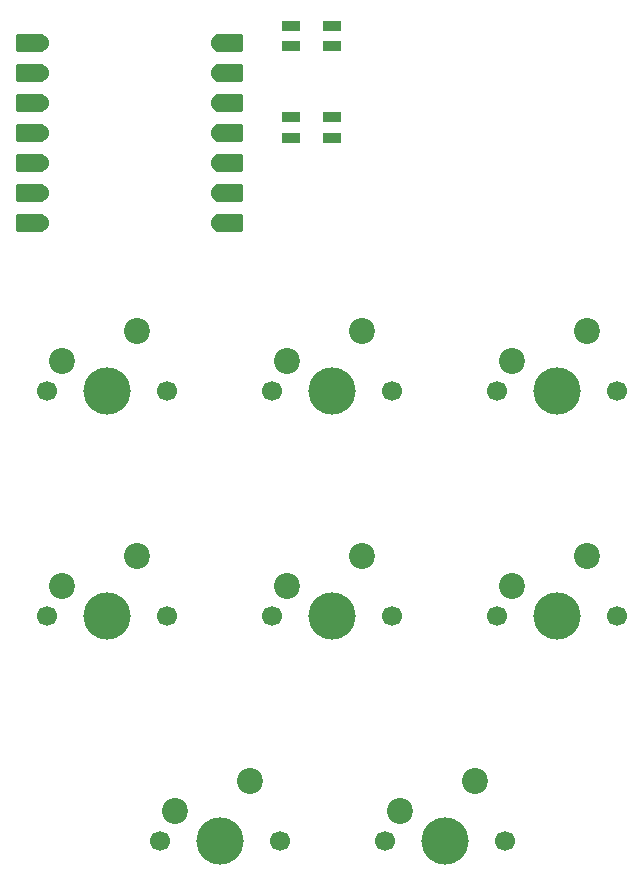
<source format=gbr>
%TF.GenerationSoftware,KiCad,Pcbnew,9.0.7*%
%TF.CreationDate,2026-01-18T08:27:46-05:00*%
%TF.ProjectId,Hackpad,4861636b-7061-4642-9e6b-696361645f70,rev?*%
%TF.SameCoordinates,Original*%
%TF.FileFunction,Soldermask,Top*%
%TF.FilePolarity,Negative*%
%FSLAX46Y46*%
G04 Gerber Fmt 4.6, Leading zero omitted, Abs format (unit mm)*
G04 Created by KiCad (PCBNEW 9.0.7) date 2026-01-18 08:27:46*
%MOMM*%
%LPD*%
G01*
G04 APERTURE LIST*
G04 Aperture macros list*
%AMRoundRect*
0 Rectangle with rounded corners*
0 $1 Rounding radius*
0 $2 $3 $4 $5 $6 $7 $8 $9 X,Y pos of 4 corners*
0 Add a 4 corners polygon primitive as box body*
4,1,4,$2,$3,$4,$5,$6,$7,$8,$9,$2,$3,0*
0 Add four circle primitives for the rounded corners*
1,1,$1+$1,$2,$3*
1,1,$1+$1,$4,$5*
1,1,$1+$1,$6,$7*
1,1,$1+$1,$8,$9*
0 Add four rect primitives between the rounded corners*
20,1,$1+$1,$2,$3,$4,$5,0*
20,1,$1+$1,$4,$5,$6,$7,0*
20,1,$1+$1,$6,$7,$8,$9,0*
20,1,$1+$1,$8,$9,$2,$3,0*%
G04 Aperture macros list end*
%ADD10R,1.600000X0.850000*%
%ADD11C,1.700000*%
%ADD12C,4.000000*%
%ADD13C,2.200000*%
%ADD14RoundRect,0.152400X1.063600X0.609600X-1.063600X0.609600X-1.063600X-0.609600X1.063600X-0.609600X0*%
%ADD15C,1.524000*%
%ADD16RoundRect,0.152400X-1.063600X-0.609600X1.063600X-0.609600X1.063600X0.609600X-1.063600X0.609600X0*%
G04 APERTURE END LIST*
D10*
%TO.C,D1*%
X141756250Y-57781250D03*
X141756250Y-59531250D03*
X145256250Y-59531250D03*
X145256250Y-57781250D03*
%TD*%
D11*
%TO.C,SW1*%
X149701250Y-119062500D03*
D12*
X154781250Y-119062500D03*
D11*
X159861250Y-119062500D03*
D13*
X157321250Y-113982500D03*
X150971250Y-116522500D03*
%TD*%
D11*
%TO.C,SW8*%
X140176250Y-80962500D03*
D12*
X145256250Y-80962500D03*
D11*
X150336250Y-80962500D03*
D13*
X147796250Y-75882500D03*
X141446250Y-78422500D03*
%TD*%
D11*
%TO.C,SW3*%
X159226250Y-100012500D03*
D12*
X164306250Y-100012500D03*
D11*
X169386250Y-100012500D03*
D13*
X166846250Y-94932500D03*
X160496250Y-97472500D03*
%TD*%
D10*
%TO.C,D2*%
X141756250Y-50006250D03*
X141756250Y-51756250D03*
X145256250Y-51756250D03*
X145256250Y-50006250D03*
%TD*%
D11*
%TO.C,SW5*%
X130651250Y-119062500D03*
D12*
X135731250Y-119062500D03*
D11*
X140811250Y-119062500D03*
D13*
X138271250Y-113982500D03*
X131921250Y-116522500D03*
%TD*%
D11*
%TO.C,SW2*%
X140176250Y-100012500D03*
D12*
X145256250Y-100012500D03*
D11*
X150336250Y-100012500D03*
D13*
X147796250Y-94932500D03*
X141446250Y-97472500D03*
%TD*%
D11*
%TO.C,SW7*%
X121126250Y-80962500D03*
D12*
X126206250Y-80962500D03*
D11*
X131286250Y-80962500D03*
D13*
X128746250Y-75882500D03*
X122396250Y-78422500D03*
%TD*%
D14*
%TO.C,U1*%
X119656250Y-51435000D03*
D15*
X120491250Y-51435000D03*
D14*
X119656250Y-53975000D03*
D15*
X120491250Y-53975000D03*
D14*
X119656250Y-56515000D03*
D15*
X120491250Y-56515000D03*
D14*
X119656250Y-59055000D03*
D15*
X120491250Y-59055000D03*
D14*
X119656250Y-61595000D03*
D15*
X120491250Y-61595000D03*
D14*
X119656250Y-64135000D03*
D15*
X120491250Y-64135000D03*
D14*
X119656250Y-66675000D03*
D15*
X120491250Y-66675000D03*
X135731250Y-66675000D03*
D16*
X136566250Y-66675000D03*
D15*
X135731250Y-64135000D03*
D16*
X136566250Y-64135000D03*
D15*
X135731250Y-61595000D03*
D16*
X136566250Y-61595000D03*
D15*
X135731250Y-59055000D03*
D16*
X136566250Y-59055000D03*
D15*
X135731250Y-56515000D03*
D16*
X136566250Y-56515000D03*
D15*
X135731250Y-53975000D03*
D16*
X136566250Y-53975000D03*
D15*
X135731250Y-51435000D03*
D16*
X136566250Y-51435000D03*
%TD*%
D11*
%TO.C,SW4*%
X159226250Y-80962500D03*
D12*
X164306250Y-80962500D03*
D11*
X169386250Y-80962500D03*
D13*
X166846250Y-75882500D03*
X160496250Y-78422500D03*
%TD*%
D11*
%TO.C,SW6*%
X121126250Y-100012500D03*
D12*
X126206250Y-100012500D03*
D11*
X131286250Y-100012500D03*
D13*
X128746250Y-94932500D03*
X122396250Y-97472500D03*
%TD*%
M02*

</source>
